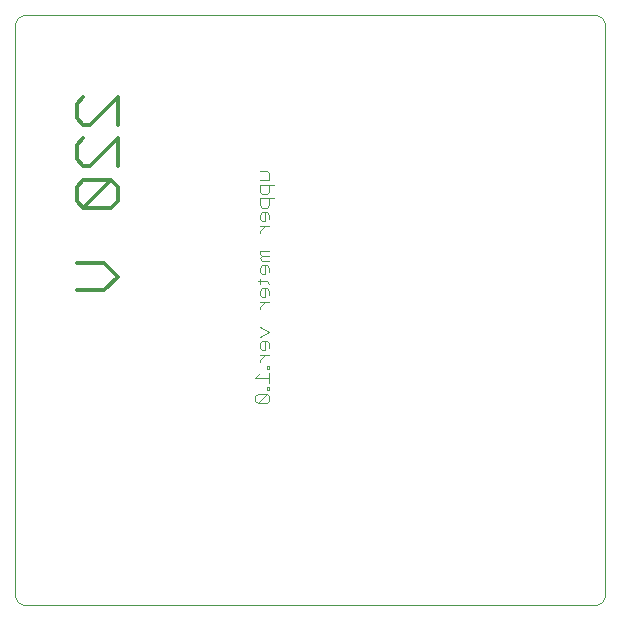
<source format=gbo>
G75*
G70*
%OFA0B0*%
%FSLAX24Y24*%
%IPPOS*%
%LPD*%
%AMOC8*
5,1,8,0,0,1.08239X$1,22.5*
%
%ADD10C,0.0000*%
%ADD11C,0.0120*%
%ADD12C,0.0040*%
D10*
X000160Y000554D02*
X000160Y019451D01*
X000162Y019490D01*
X000168Y019528D01*
X000177Y019565D01*
X000190Y019602D01*
X000207Y019637D01*
X000226Y019670D01*
X000249Y019701D01*
X000275Y019730D01*
X000304Y019756D01*
X000335Y019779D01*
X000368Y019798D01*
X000403Y019815D01*
X000440Y019828D01*
X000477Y019837D01*
X000515Y019843D01*
X000554Y019845D01*
X019451Y019845D01*
X019490Y019843D01*
X019528Y019837D01*
X019565Y019828D01*
X019602Y019815D01*
X019637Y019798D01*
X019670Y019779D01*
X019701Y019756D01*
X019730Y019730D01*
X019756Y019701D01*
X019779Y019670D01*
X019798Y019637D01*
X019815Y019602D01*
X019828Y019565D01*
X019837Y019528D01*
X019843Y019490D01*
X019845Y019451D01*
X019845Y000554D01*
X019843Y000515D01*
X019837Y000477D01*
X019828Y000440D01*
X019815Y000403D01*
X019798Y000368D01*
X019779Y000335D01*
X019756Y000304D01*
X019730Y000275D01*
X019701Y000249D01*
X019670Y000226D01*
X019637Y000207D01*
X019602Y000190D01*
X019565Y000177D01*
X019528Y000168D01*
X019490Y000162D01*
X019451Y000160D01*
X000554Y000160D01*
X000515Y000162D01*
X000477Y000168D01*
X000440Y000177D01*
X000403Y000190D01*
X000368Y000207D01*
X000335Y000226D01*
X000304Y000249D01*
X000275Y000275D01*
X000249Y000304D01*
X000226Y000335D01*
X000207Y000368D01*
X000190Y000403D01*
X000177Y000440D01*
X000168Y000477D01*
X000162Y000515D01*
X000160Y000554D01*
D11*
X002219Y010654D02*
X003140Y010654D01*
X003600Y011115D01*
X003140Y011575D01*
X002219Y011575D01*
X002449Y013417D02*
X003370Y014338D01*
X003600Y014107D01*
X003600Y013647D01*
X003370Y013417D01*
X002449Y013417D01*
X002219Y013647D01*
X002219Y014107D01*
X002449Y014338D01*
X003370Y014338D01*
X003600Y014798D02*
X003600Y015719D01*
X002679Y014798D01*
X002449Y014798D01*
X002219Y015028D01*
X002219Y015489D01*
X002449Y015719D01*
X002449Y016179D02*
X002219Y016409D01*
X002219Y016870D01*
X002449Y017100D01*
X002449Y016179D02*
X002679Y016179D01*
X003600Y017100D01*
X003600Y016179D01*
D12*
X008333Y014640D02*
X008563Y014640D01*
X008640Y014563D01*
X008640Y014333D01*
X008333Y014333D01*
X008333Y014180D02*
X008333Y013949D01*
X008410Y013873D01*
X008563Y013873D01*
X008640Y013949D01*
X008640Y014180D01*
X008793Y014180D02*
X008333Y014180D01*
X008333Y013719D02*
X008333Y013489D01*
X008410Y013412D01*
X008563Y013412D01*
X008640Y013489D01*
X008640Y013719D01*
X008793Y013719D02*
X008333Y013719D01*
X008410Y013259D02*
X008333Y013182D01*
X008333Y013029D01*
X008410Y012952D01*
X008487Y012952D01*
X008487Y013259D01*
X008563Y013259D02*
X008410Y013259D01*
X008563Y013259D02*
X008640Y013182D01*
X008640Y013029D01*
X008640Y012798D02*
X008333Y012798D01*
X008333Y012645D02*
X008333Y012568D01*
X008333Y012645D02*
X008487Y012798D01*
X008640Y011954D02*
X008333Y011954D01*
X008333Y011878D01*
X008410Y011801D01*
X008333Y011724D01*
X008410Y011647D01*
X008640Y011647D01*
X008640Y011801D02*
X008410Y011801D01*
X008410Y011494D02*
X008333Y011417D01*
X008333Y011264D01*
X008410Y011187D01*
X008487Y011187D01*
X008487Y011494D01*
X008563Y011494D02*
X008410Y011494D01*
X008563Y011494D02*
X008640Y011417D01*
X008640Y011264D01*
X008563Y010957D02*
X008256Y010957D01*
X008333Y011034D02*
X008333Y010880D01*
X008410Y010727D02*
X008333Y010650D01*
X008333Y010496D01*
X008410Y010420D01*
X008487Y010420D01*
X008487Y010727D01*
X008563Y010727D02*
X008410Y010727D01*
X008563Y010727D02*
X008640Y010650D01*
X008640Y010496D01*
X008640Y010266D02*
X008333Y010266D01*
X008333Y010113D02*
X008333Y010036D01*
X008333Y010113D02*
X008487Y010266D01*
X008640Y010880D02*
X008563Y010957D01*
X008333Y009422D02*
X008640Y009269D01*
X008333Y009115D01*
X008410Y008962D02*
X008333Y008885D01*
X008333Y008732D01*
X008410Y008655D01*
X008487Y008655D01*
X008487Y008962D01*
X008563Y008962D02*
X008410Y008962D01*
X008563Y008962D02*
X008640Y008885D01*
X008640Y008732D01*
X008640Y008501D02*
X008333Y008501D01*
X008333Y008348D02*
X008333Y008271D01*
X008333Y008348D02*
X008487Y008501D01*
X008563Y008118D02*
X008563Y008041D01*
X008640Y008041D01*
X008640Y008118D01*
X008563Y008118D01*
X008640Y007888D02*
X008640Y007581D01*
X008640Y007734D02*
X008180Y007734D01*
X008333Y007888D01*
X008563Y007427D02*
X008563Y007350D01*
X008640Y007350D01*
X008640Y007427D01*
X008563Y007427D01*
X008563Y007197D02*
X008256Y007197D01*
X008180Y007120D01*
X008180Y006967D01*
X008256Y006890D01*
X008563Y007197D01*
X008640Y007120D01*
X008640Y006967D01*
X008563Y006890D01*
X008256Y006890D01*
M02*

</source>
